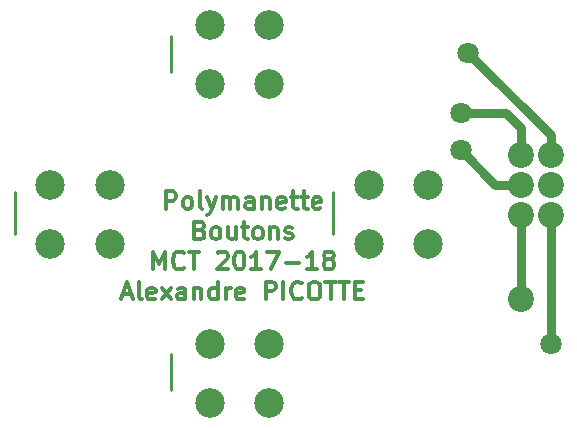
<source format=gbr>
G04 #@! TF.FileFunction,Copper,L1,Top,Signal*
%FSLAX46Y46*%
G04 Gerber Fmt 4.6, Leading zero omitted, Abs format (unit mm)*
G04 Created by KiCad (PCBNEW 4.0.7) date 06/30/18 16:25:32*
%MOMM*%
%LPD*%
G01*
G04 APERTURE LIST*
%ADD10C,0.100000*%
%ADD11C,0.300000*%
%ADD12C,2.500000*%
%ADD13C,2.200000*%
%ADD14C,1.800000*%
%ADD15C,0.250000*%
%ADD16C,0.800000*%
G04 APERTURE END LIST*
D10*
D11*
X129784286Y-88581571D02*
X129784286Y-87081571D01*
X130355714Y-87081571D01*
X130498572Y-87153000D01*
X130570000Y-87224429D01*
X130641429Y-87367286D01*
X130641429Y-87581571D01*
X130570000Y-87724429D01*
X130498572Y-87795857D01*
X130355714Y-87867286D01*
X129784286Y-87867286D01*
X131498572Y-88581571D02*
X131355714Y-88510143D01*
X131284286Y-88438714D01*
X131212857Y-88295857D01*
X131212857Y-87867286D01*
X131284286Y-87724429D01*
X131355714Y-87653000D01*
X131498572Y-87581571D01*
X131712857Y-87581571D01*
X131855714Y-87653000D01*
X131927143Y-87724429D01*
X131998572Y-87867286D01*
X131998572Y-88295857D01*
X131927143Y-88438714D01*
X131855714Y-88510143D01*
X131712857Y-88581571D01*
X131498572Y-88581571D01*
X132855715Y-88581571D02*
X132712857Y-88510143D01*
X132641429Y-88367286D01*
X132641429Y-87081571D01*
X133284286Y-87581571D02*
X133641429Y-88581571D01*
X133998571Y-87581571D02*
X133641429Y-88581571D01*
X133498571Y-88938714D01*
X133427143Y-89010143D01*
X133284286Y-89081571D01*
X134570000Y-88581571D02*
X134570000Y-87581571D01*
X134570000Y-87724429D02*
X134641428Y-87653000D01*
X134784286Y-87581571D01*
X134998571Y-87581571D01*
X135141428Y-87653000D01*
X135212857Y-87795857D01*
X135212857Y-88581571D01*
X135212857Y-87795857D02*
X135284286Y-87653000D01*
X135427143Y-87581571D01*
X135641428Y-87581571D01*
X135784286Y-87653000D01*
X135855714Y-87795857D01*
X135855714Y-88581571D01*
X137212857Y-88581571D02*
X137212857Y-87795857D01*
X137141428Y-87653000D01*
X136998571Y-87581571D01*
X136712857Y-87581571D01*
X136570000Y-87653000D01*
X137212857Y-88510143D02*
X137070000Y-88581571D01*
X136712857Y-88581571D01*
X136570000Y-88510143D01*
X136498571Y-88367286D01*
X136498571Y-88224429D01*
X136570000Y-88081571D01*
X136712857Y-88010143D01*
X137070000Y-88010143D01*
X137212857Y-87938714D01*
X137927143Y-87581571D02*
X137927143Y-88581571D01*
X137927143Y-87724429D02*
X137998571Y-87653000D01*
X138141429Y-87581571D01*
X138355714Y-87581571D01*
X138498571Y-87653000D01*
X138570000Y-87795857D01*
X138570000Y-88581571D01*
X139855714Y-88510143D02*
X139712857Y-88581571D01*
X139427143Y-88581571D01*
X139284286Y-88510143D01*
X139212857Y-88367286D01*
X139212857Y-87795857D01*
X139284286Y-87653000D01*
X139427143Y-87581571D01*
X139712857Y-87581571D01*
X139855714Y-87653000D01*
X139927143Y-87795857D01*
X139927143Y-87938714D01*
X139212857Y-88081571D01*
X140355714Y-87581571D02*
X140927143Y-87581571D01*
X140570000Y-87081571D02*
X140570000Y-88367286D01*
X140641428Y-88510143D01*
X140784286Y-88581571D01*
X140927143Y-88581571D01*
X141212857Y-87581571D02*
X141784286Y-87581571D01*
X141427143Y-87081571D02*
X141427143Y-88367286D01*
X141498571Y-88510143D01*
X141641429Y-88581571D01*
X141784286Y-88581571D01*
X142855714Y-88510143D02*
X142712857Y-88581571D01*
X142427143Y-88581571D01*
X142284286Y-88510143D01*
X142212857Y-88367286D01*
X142212857Y-87795857D01*
X142284286Y-87653000D01*
X142427143Y-87581571D01*
X142712857Y-87581571D01*
X142855714Y-87653000D01*
X142927143Y-87795857D01*
X142927143Y-87938714D01*
X142212857Y-88081571D01*
X132677143Y-90345857D02*
X132891429Y-90417286D01*
X132962857Y-90488714D01*
X133034286Y-90631571D01*
X133034286Y-90845857D01*
X132962857Y-90988714D01*
X132891429Y-91060143D01*
X132748571Y-91131571D01*
X132177143Y-91131571D01*
X132177143Y-89631571D01*
X132677143Y-89631571D01*
X132820000Y-89703000D01*
X132891429Y-89774429D01*
X132962857Y-89917286D01*
X132962857Y-90060143D01*
X132891429Y-90203000D01*
X132820000Y-90274429D01*
X132677143Y-90345857D01*
X132177143Y-90345857D01*
X133891429Y-91131571D02*
X133748571Y-91060143D01*
X133677143Y-90988714D01*
X133605714Y-90845857D01*
X133605714Y-90417286D01*
X133677143Y-90274429D01*
X133748571Y-90203000D01*
X133891429Y-90131571D01*
X134105714Y-90131571D01*
X134248571Y-90203000D01*
X134320000Y-90274429D01*
X134391429Y-90417286D01*
X134391429Y-90845857D01*
X134320000Y-90988714D01*
X134248571Y-91060143D01*
X134105714Y-91131571D01*
X133891429Y-91131571D01*
X135677143Y-90131571D02*
X135677143Y-91131571D01*
X135034286Y-90131571D02*
X135034286Y-90917286D01*
X135105714Y-91060143D01*
X135248572Y-91131571D01*
X135462857Y-91131571D01*
X135605714Y-91060143D01*
X135677143Y-90988714D01*
X136177143Y-90131571D02*
X136748572Y-90131571D01*
X136391429Y-89631571D02*
X136391429Y-90917286D01*
X136462857Y-91060143D01*
X136605715Y-91131571D01*
X136748572Y-91131571D01*
X137462858Y-91131571D02*
X137320000Y-91060143D01*
X137248572Y-90988714D01*
X137177143Y-90845857D01*
X137177143Y-90417286D01*
X137248572Y-90274429D01*
X137320000Y-90203000D01*
X137462858Y-90131571D01*
X137677143Y-90131571D01*
X137820000Y-90203000D01*
X137891429Y-90274429D01*
X137962858Y-90417286D01*
X137962858Y-90845857D01*
X137891429Y-90988714D01*
X137820000Y-91060143D01*
X137677143Y-91131571D01*
X137462858Y-91131571D01*
X138605715Y-90131571D02*
X138605715Y-91131571D01*
X138605715Y-90274429D02*
X138677143Y-90203000D01*
X138820001Y-90131571D01*
X139034286Y-90131571D01*
X139177143Y-90203000D01*
X139248572Y-90345857D01*
X139248572Y-91131571D01*
X139891429Y-91060143D02*
X140034286Y-91131571D01*
X140320001Y-91131571D01*
X140462858Y-91060143D01*
X140534286Y-90917286D01*
X140534286Y-90845857D01*
X140462858Y-90703000D01*
X140320001Y-90631571D01*
X140105715Y-90631571D01*
X139962858Y-90560143D01*
X139891429Y-90417286D01*
X139891429Y-90345857D01*
X139962858Y-90203000D01*
X140105715Y-90131571D01*
X140320001Y-90131571D01*
X140462858Y-90203000D01*
X128712859Y-93681571D02*
X128712859Y-92181571D01*
X129212859Y-93253000D01*
X129712859Y-92181571D01*
X129712859Y-93681571D01*
X131284288Y-93538714D02*
X131212859Y-93610143D01*
X130998573Y-93681571D01*
X130855716Y-93681571D01*
X130641431Y-93610143D01*
X130498573Y-93467286D01*
X130427145Y-93324429D01*
X130355716Y-93038714D01*
X130355716Y-92824429D01*
X130427145Y-92538714D01*
X130498573Y-92395857D01*
X130641431Y-92253000D01*
X130855716Y-92181571D01*
X130998573Y-92181571D01*
X131212859Y-92253000D01*
X131284288Y-92324429D01*
X131712859Y-92181571D02*
X132570002Y-92181571D01*
X132141431Y-93681571D02*
X132141431Y-92181571D01*
X134141430Y-92324429D02*
X134212859Y-92253000D01*
X134355716Y-92181571D01*
X134712859Y-92181571D01*
X134855716Y-92253000D01*
X134927145Y-92324429D01*
X134998573Y-92467286D01*
X134998573Y-92610143D01*
X134927145Y-92824429D01*
X134070002Y-93681571D01*
X134998573Y-93681571D01*
X135927144Y-92181571D02*
X136070001Y-92181571D01*
X136212858Y-92253000D01*
X136284287Y-92324429D01*
X136355716Y-92467286D01*
X136427144Y-92753000D01*
X136427144Y-93110143D01*
X136355716Y-93395857D01*
X136284287Y-93538714D01*
X136212858Y-93610143D01*
X136070001Y-93681571D01*
X135927144Y-93681571D01*
X135784287Y-93610143D01*
X135712858Y-93538714D01*
X135641430Y-93395857D01*
X135570001Y-93110143D01*
X135570001Y-92753000D01*
X135641430Y-92467286D01*
X135712858Y-92324429D01*
X135784287Y-92253000D01*
X135927144Y-92181571D01*
X137855715Y-93681571D02*
X136998572Y-93681571D01*
X137427144Y-93681571D02*
X137427144Y-92181571D01*
X137284287Y-92395857D01*
X137141429Y-92538714D01*
X136998572Y-92610143D01*
X138355715Y-92181571D02*
X139355715Y-92181571D01*
X138712858Y-93681571D01*
X139927143Y-93110143D02*
X141070000Y-93110143D01*
X142570000Y-93681571D02*
X141712857Y-93681571D01*
X142141429Y-93681571D02*
X142141429Y-92181571D01*
X141998572Y-92395857D01*
X141855714Y-92538714D01*
X141712857Y-92610143D01*
X143427143Y-92824429D02*
X143284285Y-92753000D01*
X143212857Y-92681571D01*
X143141428Y-92538714D01*
X143141428Y-92467286D01*
X143212857Y-92324429D01*
X143284285Y-92253000D01*
X143427143Y-92181571D01*
X143712857Y-92181571D01*
X143855714Y-92253000D01*
X143927143Y-92324429D01*
X143998571Y-92467286D01*
X143998571Y-92538714D01*
X143927143Y-92681571D01*
X143855714Y-92753000D01*
X143712857Y-92824429D01*
X143427143Y-92824429D01*
X143284285Y-92895857D01*
X143212857Y-92967286D01*
X143141428Y-93110143D01*
X143141428Y-93395857D01*
X143212857Y-93538714D01*
X143284285Y-93610143D01*
X143427143Y-93681571D01*
X143712857Y-93681571D01*
X143855714Y-93610143D01*
X143927143Y-93538714D01*
X143998571Y-93395857D01*
X143998571Y-93110143D01*
X143927143Y-92967286D01*
X143855714Y-92895857D01*
X143712857Y-92824429D01*
X126141429Y-95803000D02*
X126855715Y-95803000D01*
X125998572Y-96231571D02*
X126498572Y-94731571D01*
X126998572Y-96231571D01*
X127712858Y-96231571D02*
X127570000Y-96160143D01*
X127498572Y-96017286D01*
X127498572Y-94731571D01*
X128855714Y-96160143D02*
X128712857Y-96231571D01*
X128427143Y-96231571D01*
X128284286Y-96160143D01*
X128212857Y-96017286D01*
X128212857Y-95445857D01*
X128284286Y-95303000D01*
X128427143Y-95231571D01*
X128712857Y-95231571D01*
X128855714Y-95303000D01*
X128927143Y-95445857D01*
X128927143Y-95588714D01*
X128212857Y-95731571D01*
X129427143Y-96231571D02*
X130212857Y-95231571D01*
X129427143Y-95231571D02*
X130212857Y-96231571D01*
X131427143Y-96231571D02*
X131427143Y-95445857D01*
X131355714Y-95303000D01*
X131212857Y-95231571D01*
X130927143Y-95231571D01*
X130784286Y-95303000D01*
X131427143Y-96160143D02*
X131284286Y-96231571D01*
X130927143Y-96231571D01*
X130784286Y-96160143D01*
X130712857Y-96017286D01*
X130712857Y-95874429D01*
X130784286Y-95731571D01*
X130927143Y-95660143D01*
X131284286Y-95660143D01*
X131427143Y-95588714D01*
X132141429Y-95231571D02*
X132141429Y-96231571D01*
X132141429Y-95374429D02*
X132212857Y-95303000D01*
X132355715Y-95231571D01*
X132570000Y-95231571D01*
X132712857Y-95303000D01*
X132784286Y-95445857D01*
X132784286Y-96231571D01*
X134141429Y-96231571D02*
X134141429Y-94731571D01*
X134141429Y-96160143D02*
X133998572Y-96231571D01*
X133712858Y-96231571D01*
X133570000Y-96160143D01*
X133498572Y-96088714D01*
X133427143Y-95945857D01*
X133427143Y-95517286D01*
X133498572Y-95374429D01*
X133570000Y-95303000D01*
X133712858Y-95231571D01*
X133998572Y-95231571D01*
X134141429Y-95303000D01*
X134855715Y-96231571D02*
X134855715Y-95231571D01*
X134855715Y-95517286D02*
X134927143Y-95374429D01*
X134998572Y-95303000D01*
X135141429Y-95231571D01*
X135284286Y-95231571D01*
X136355714Y-96160143D02*
X136212857Y-96231571D01*
X135927143Y-96231571D01*
X135784286Y-96160143D01*
X135712857Y-96017286D01*
X135712857Y-95445857D01*
X135784286Y-95303000D01*
X135927143Y-95231571D01*
X136212857Y-95231571D01*
X136355714Y-95303000D01*
X136427143Y-95445857D01*
X136427143Y-95588714D01*
X135712857Y-95731571D01*
X138212857Y-96231571D02*
X138212857Y-94731571D01*
X138784285Y-94731571D01*
X138927143Y-94803000D01*
X138998571Y-94874429D01*
X139070000Y-95017286D01*
X139070000Y-95231571D01*
X138998571Y-95374429D01*
X138927143Y-95445857D01*
X138784285Y-95517286D01*
X138212857Y-95517286D01*
X139712857Y-96231571D02*
X139712857Y-94731571D01*
X141284286Y-96088714D02*
X141212857Y-96160143D01*
X140998571Y-96231571D01*
X140855714Y-96231571D01*
X140641429Y-96160143D01*
X140498571Y-96017286D01*
X140427143Y-95874429D01*
X140355714Y-95588714D01*
X140355714Y-95374429D01*
X140427143Y-95088714D01*
X140498571Y-94945857D01*
X140641429Y-94803000D01*
X140855714Y-94731571D01*
X140998571Y-94731571D01*
X141212857Y-94803000D01*
X141284286Y-94874429D01*
X142212857Y-94731571D02*
X142498571Y-94731571D01*
X142641429Y-94803000D01*
X142784286Y-94945857D01*
X142855714Y-95231571D01*
X142855714Y-95731571D01*
X142784286Y-96017286D01*
X142641429Y-96160143D01*
X142498571Y-96231571D01*
X142212857Y-96231571D01*
X142070000Y-96160143D01*
X141927143Y-96017286D01*
X141855714Y-95731571D01*
X141855714Y-95231571D01*
X141927143Y-94945857D01*
X142070000Y-94803000D01*
X142212857Y-94731571D01*
X143284286Y-94731571D02*
X144141429Y-94731571D01*
X143712858Y-96231571D02*
X143712858Y-94731571D01*
X144427143Y-94731571D02*
X145284286Y-94731571D01*
X144855715Y-96231571D02*
X144855715Y-94731571D01*
X145784286Y-95445857D02*
X146284286Y-95445857D01*
X146498572Y-96231571D02*
X145784286Y-96231571D01*
X145784286Y-94731571D01*
X146498572Y-94731571D01*
D12*
X138500000Y-73000000D03*
X133500000Y-73000000D03*
X133500000Y-78000000D03*
X138500000Y-78000000D03*
X125000000Y-86500000D03*
X120000000Y-86500000D03*
X120000000Y-91500000D03*
X125000000Y-91500000D03*
X152000000Y-86500000D03*
X147000000Y-86500000D03*
X147000000Y-91500000D03*
X152000000Y-91500000D03*
X138500000Y-100000000D03*
X133500000Y-100000000D03*
X133500000Y-105000000D03*
X138500000Y-105000000D03*
D13*
X159815000Y-96173000D03*
X162355000Y-89040000D03*
X162355000Y-86500000D03*
X162355000Y-83960000D03*
X159815000Y-89040000D03*
X159815000Y-86500000D03*
X159815000Y-83960000D03*
D14*
X154735000Y-83600000D03*
X154735000Y-80425000D03*
X162355000Y-99983000D03*
X155370000Y-75345000D03*
D15*
X130224000Y-73948000D02*
X130224000Y-76996000D01*
X130224000Y-100872000D02*
X130224000Y-103920000D01*
X143940000Y-87156000D02*
X143940000Y-90712000D01*
X117016000Y-87156000D02*
X117016000Y-90712000D01*
D16*
X159815000Y-96173000D02*
X159815000Y-89040000D01*
X154735000Y-83600000D02*
X157635000Y-86500000D01*
X157635000Y-86500000D02*
X159815000Y-86500000D01*
X157275000Y-80425000D02*
X158545000Y-80425000D01*
X154735000Y-80425000D02*
X157275000Y-80425000D01*
X159815000Y-81695000D02*
X159815000Y-83960000D01*
X158545000Y-80425000D02*
X159815000Y-81695000D01*
X162355000Y-99983000D02*
X162355000Y-89040000D01*
X162355000Y-89061000D02*
X162355000Y-89040000D01*
X162355000Y-89061000D02*
X162355000Y-89040000D01*
X162355000Y-82330000D02*
X155370000Y-75345000D01*
X162355000Y-82330000D02*
X162355000Y-83960000D01*
M02*

</source>
